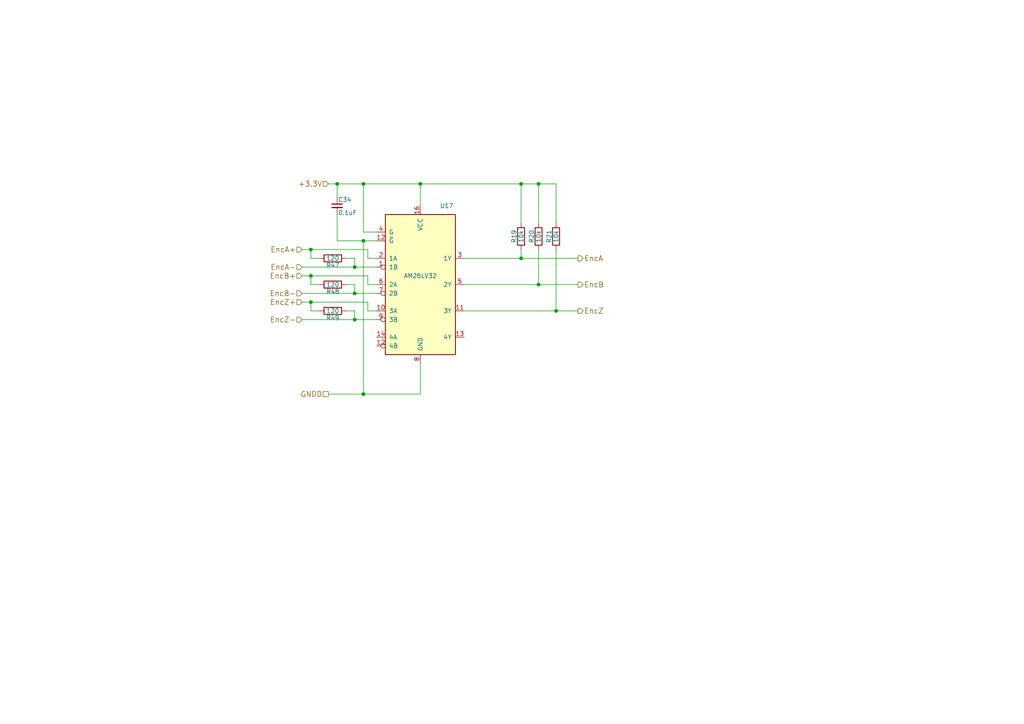
<source format=kicad_sch>
(kicad_sch (version 20211123) (generator eeschema)
  (paper "A4")
  (lib_symbols
    (symbol "4hbd-base-rescue:AM26LV32" (pin_names (offset 1.016))
      (property "Reference" "U" (at 0 0 0))
      (property "Value" "AM26LV32" (at 0 2.54 0))
      (symbol "AM26LV32_0_1"
        (rectangle (start 10.16 -20.32) (end -10.16 20.32) (stroke (width 0.254)) (fill (type background)))
      )
      (symbol "AM26LV32_1_1"
        (pin input inverted (at -12.7 5.08 0) (length 2.54) (name "1B") (number "1"))
        (pin input line (at -12.7 -7.62 0) (length 2.54) (name "3A") (number "10"))
        (pin output line (at 12.7 -7.62 180) (length 2.54) (name "3Y") (number "11"))
        (pin input inverted (at -12.7 -17.78 0) (length 2.54) (name "4B") (number "12"))
        (pin input line (at -12.7 12.7 0) (length 2.54) (name "~{G}") (number "12"))
        (pin output line (at 12.7 -15.24 180) (length 2.54) (name "4Y") (number "13"))
        (pin input line (at -12.7 -15.24 0) (length 2.54) (name "4A") (number "14"))
        (pin power_in line (at 0 22.86 270) (length 2.54) (name "VCC") (number "16"))
        (pin input line (at -12.7 7.62 0) (length 2.54) (name "1A") (number "2"))
        (pin output line (at 12.7 7.62 180) (length 2.54) (name "1Y") (number "3"))
        (pin input line (at -12.7 15.24 0) (length 2.54) (name "G") (number "4"))
        (pin output line (at 12.7 0 180) (length 2.54) (name "2Y") (number "5"))
        (pin input line (at -12.7 0 0) (length 2.54) (name "2A") (number "6"))
        (pin input inverted (at -12.7 -2.54 0) (length 2.54) (name "2B") (number "7"))
        (pin power_in line (at 0 -22.86 90) (length 2.54) (name "GND") (number "8"))
        (pin input inverted (at -12.7 -10.16 0) (length 2.54) (name "3B") (number "9"))
      )
    )
    (symbol "4hbd-base-rescue:C_Small" (pin_numbers hide) (pin_names (offset 0.254) hide)
      (property "Reference" "C" (at 0.254 1.778 0))
      (property "Value" "C_Small" (at 0.254 -2.032 0))
      (symbol "C_Small_0_1"
        (polyline (pts (xy -1.524 -0.508) (xy 1.524 -0.508)) (stroke (width 0.3302)))
        (polyline (pts (xy -1.524 0.508) (xy 1.524 0.508)) (stroke (width 0.3048)))
      )
      (symbol "C_Small_1_1"
        (pin passive line (at 0 2.54 270) (length 2.032) (name "~") (number "1"))
        (pin passive line (at 0 -2.54 90) (length 2.032) (name "~") (number "2"))
      )
    )
    (symbol "4hbd-base-rescue:R" (pin_numbers hide) (pin_names (offset 0))
      (property "Reference" "R" (at 2.032 0 90))
      (property "Value" "R" (at 0 0 90))
      (symbol "R_0_1"
        (rectangle (start -1.016 -2.54) (end 1.016 2.54) (stroke (width 0.254)))
      )
      (symbol "R_1_1"
        (pin passive line (at 0 3.81 270) (length 1.27) (name "~") (number "1"))
        (pin passive line (at 0 -3.81 90) (length 1.27) (name "~") (number "2"))
      )
    )
  )
  (junction (at 156.21 82.55))
  (junction (at 105.41 69.85))
  (junction (at 151.13 74.93))
  (junction (at 102.87 85.09))
  (junction (at 121.92 53.34))
  (junction (at 105.41 53.34))
  (junction (at 156.21 53.34))
  (junction (at 161.29 90.17))
  (junction (at 90.17 80.01))
  (junction (at 90.17 87.63))
  (junction (at 90.17 72.39))
  (junction (at 102.87 77.47))
  (junction (at 102.87 92.71))
  (junction (at 97.79 53.34))
  (junction (at 151.13 53.34))
  (junction (at 105.41 114.3))
  (wire (pts (xy 105.41 67.31) (xy 105.41 53.34)))
  (wire (pts (xy 151.13 74.93) (xy 167.64 74.93)))
  (wire (pts (xy 102.87 82.55) (xy 102.87 85.09)))
  (wire (pts (xy 87.63 92.71) (xy 102.87 92.71)))
  (wire (pts (xy 109.22 67.31) (xy 105.41 67.31)))
  (wire (pts (xy 87.63 85.09) (xy 102.87 85.09)))
  (wire (pts (xy 97.79 53.34) (xy 105.41 53.34)))
  (wire (pts (xy 90.17 74.93) (xy 92.71 74.93)))
  (wire (pts (xy 90.17 72.39) (xy 90.17 74.93)))
  (wire (pts (xy 151.13 53.34) (xy 151.13 64.77)))
  (wire (pts (xy 121.92 114.3) (xy 121.92 105.41)))
  (wire (pts (xy 134.62 74.93) (xy 151.13 74.93)))
  (wire (pts (xy 102.87 85.09) (xy 109.22 85.09)))
  (wire (pts (xy 151.13 53.34) (xy 156.21 53.34)))
  (wire (pts (xy 106.68 72.39) (xy 106.68 74.93)))
  (wire (pts (xy 97.79 57.15) (xy 97.79 53.34)))
  (wire (pts (xy 156.21 53.34) (xy 156.21 64.77)))
  (wire (pts (xy 106.68 87.63) (xy 106.68 90.17)))
  (wire (pts (xy 102.87 92.71) (xy 109.22 92.71)))
  (wire (pts (xy 87.63 77.47) (xy 102.87 77.47)))
  (wire (pts (xy 90.17 90.17) (xy 90.17 87.63)))
  (wire (pts (xy 151.13 72.39) (xy 151.13 74.93)))
  (wire (pts (xy 121.92 53.34) (xy 121.92 59.69)))
  (wire (pts (xy 134.62 90.17) (xy 161.29 90.17)))
  (wire (pts (xy 134.62 82.55) (xy 156.21 82.55)))
  (wire (pts (xy 87.63 80.01) (xy 90.17 80.01)))
  (wire (pts (xy 92.71 90.17) (xy 90.17 90.17)))
  (wire (pts (xy 121.92 53.34) (xy 151.13 53.34)))
  (wire (pts (xy 90.17 87.63) (xy 106.68 87.63)))
  (wire (pts (xy 90.17 72.39) (xy 106.68 72.39)))
  (wire (pts (xy 161.29 53.34) (xy 161.29 64.77)))
  (wire (pts (xy 87.63 72.39) (xy 90.17 72.39)))
  (wire (pts (xy 102.87 74.93) (xy 102.87 77.47)))
  (wire (pts (xy 161.29 90.17) (xy 167.64 90.17)))
  (wire (pts (xy 106.68 90.17) (xy 109.22 90.17)))
  (wire (pts (xy 95.25 53.34) (xy 97.79 53.34)))
  (wire (pts (xy 95.25 114.3) (xy 105.41 114.3)))
  (wire (pts (xy 156.21 72.39) (xy 156.21 82.55)))
  (wire (pts (xy 100.33 74.93) (xy 102.87 74.93)))
  (wire (pts (xy 102.87 90.17) (xy 102.87 92.71)))
  (wire (pts (xy 161.29 72.39) (xy 161.29 90.17)))
  (wire (pts (xy 92.71 82.55) (xy 90.17 82.55)))
  (wire (pts (xy 100.33 90.17) (xy 102.87 90.17)))
  (wire (pts (xy 102.87 77.47) (xy 109.22 77.47)))
  (wire (pts (xy 105.41 69.85) (xy 109.22 69.85)))
  (wire (pts (xy 106.68 82.55) (xy 109.22 82.55)))
  (wire (pts (xy 105.41 53.34) (xy 121.92 53.34)))
  (wire (pts (xy 97.79 69.85) (xy 97.79 62.23)))
  (wire (pts (xy 106.68 80.01) (xy 106.68 82.55)))
  (wire (pts (xy 105.41 114.3) (xy 121.92 114.3)))
  (wire (pts (xy 105.41 69.85) (xy 105.41 114.3)))
  (wire (pts (xy 87.63 87.63) (xy 90.17 87.63)))
  (wire (pts (xy 156.21 53.34) (xy 161.29 53.34)))
  (wire (pts (xy 100.33 82.55) (xy 102.87 82.55)))
  (wire (pts (xy 90.17 80.01) (xy 106.68 80.01)))
  (wire (pts (xy 106.68 74.93) (xy 109.22 74.93)))
  (wire (pts (xy 90.17 82.55) (xy 90.17 80.01)))
  (wire (pts (xy 97.79 69.85) (xy 105.41 69.85)))
  (wire (pts (xy 156.21 82.55) (xy 167.64 82.55)))
  (hierarchical_label "EncZ-" (shape input) (at 87.63 92.71 180) (effects (font (size 1.524 1.524))))
  (hierarchical_label "GNDD" (shape passive) (at 95.25 114.3 180) (effects (font (size 1.524 1.524))))
  (hierarchical_label "EncB-" (shape input) (at 87.63 85.09 180) (effects (font (size 1.524 1.524))))
  (hierarchical_label "+3.3V" (shape input) (at 95.25 53.34 180) (effects (font (size 1.524 1.524))))
  (hierarchical_label "EncB+" (shape input) (at 87.63 80.01 180) (effects (font (size 1.524 1.524))))
  (hierarchical_label "EncB" (shape output) (at 167.64 82.55 0) (effects (font (size 1.524 1.524))))
  (hierarchical_label "EncA-" (shape input) (at 87.63 77.47 180) (effects (font (size 1.524 1.524))))
  (hierarchical_label "EncA" (shape output) (at 167.64 74.93 0) (effects (font (size 1.524 1.524))))
  (hierarchical_label "EncA+" (shape input) (at 87.63 72.39 180) (effects (font (size 1.524 1.524))))
  (hierarchical_label "EncZ+" (shape input) (at 87.63 87.63 180) (effects (font (size 1.524 1.524))))
  (hierarchical_label "EncZ" (shape output) (at 167.64 90.17 0) (effects (font (size 1.524 1.524))))
  (symbol (lib_id "4hbd-base-rescue:AM26LV32") (at 121.92 82.55 0) (unit 1)
    (property "Reference" "U17" (at 129.54 59.69 0))
    (property "Value" "AM26LV32" (at 121.92 80.01 0))
    (property "Footprint" "Package_SOIC:SOIC-16_3.9x9.9mm_P1.27mm" (effects hide))
  )
  (symbol (lib_id "4hbd-base-rescue:R") (at 96.52 74.93 270) (unit 1)
    (property "Reference" "R47" (at 96.52 76.962 90))
    (property "Value" "120" (at 96.52 74.93 90))
    (property "Footprint" "Resistor_SMD:R_0603_1608Metric" (effects hide))
  )
  (symbol (lib_id "4hbd-base-rescue:R") (at 96.52 82.55 270) (unit 1)
    (property "Reference" "R48" (at 96.52 84.582 90))
    (property "Value" "120" (at 96.52 82.55 90))
    (property "Footprint" "Resistor_SMD:R_0603_1608Metric" (effects hide))
  )
  (symbol (lib_id "4hbd-base-rescue:R") (at 96.52 90.17 270) (unit 1)
    (property "Reference" "R49" (at 96.52 92.202 90))
    (property "Value" "120" (at 96.52 90.17 90))
    (property "Footprint" "Resistor_SMD:R_0603_1608Metric" (effects hide))
  )
  (symbol (lib_id "4hbd-base-rescue:C_Small") (at 97.79 59.69 0) (unit 1)
    (property "Reference" "C34" (at 98.044 57.912 0) (effects (justify left)))
    (property "Value" "0.1uF" (at 98.044 61.722 0) (effects (justify left)))
    (property "Footprint" "Capacitor_SMD:C_0603_1608Metric" (effects hide))
  )
  (symbol (lib_id "4hbd-base-rescue:R") (at 151.13 68.58 180) (unit 1)
    (property "Reference" "R19" (at 149.098 68.58 90))
    (property "Value" "10k" (at 151.13 68.58 90))
    (property "Footprint" "Resistor_SMD:R_0603_1608Metric" (effects hide))
  )
  (symbol (lib_id "4hbd-base-rescue:R") (at 156.21 68.58 180) (unit 1)
    (property "Reference" "R20" (at 154.178 68.58 90))
    (property "Value" "10k" (at 156.21 68.58 90))
    (property "Footprint" "Resistor_SMD:R_0603_1608Metric" (effects hide))
  )
  (symbol (lib_id "4hbd-base-rescue:R") (at 161.29 68.58 180) (unit 1)
    (property "Reference" "R21" (at 159.258 68.58 90))
    (property "Value" "10k" (at 161.29 68.58 90))
    (property "Footprint" "Resistor_SMD:R_0603_1608Metric" (effects hide))
  )
)
</source>
